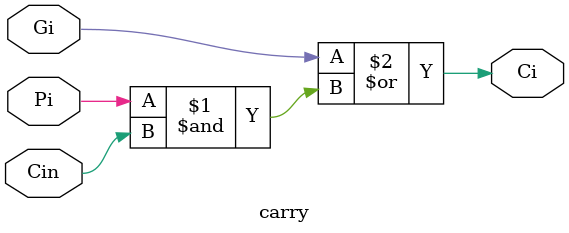
<source format=sv>
module carry
    (
        input Gi,Pi,Cin,
        output Ci
    );

    assign Ci = Gi | (Pi & Cin);
    
endmodule: carry

</source>
